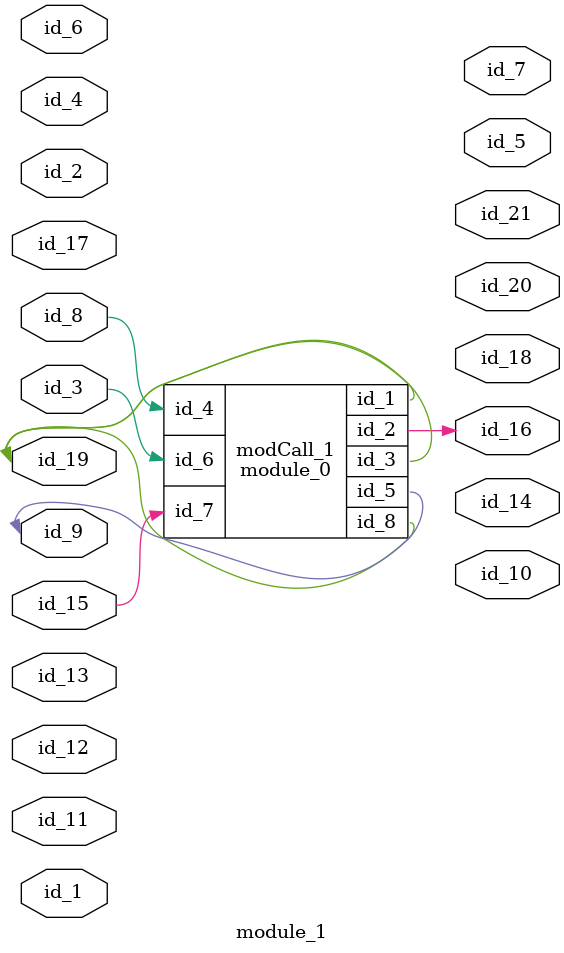
<source format=v>
module module_0 (
    id_1,
    id_2,
    id_3,
    id_4,
    id_5,
    id_6,
    id_7,
    id_8
);
  inout wire id_8;
  input wire id_7;
  input wire id_6;
  inout wire id_5;
  input wire id_4;
  inout wire id_3;
  output wire id_2;
  inout wire id_1;
  assign id_1 = id_3;
endmodule
module module_1 (
    id_1,
    id_2,
    id_3,
    id_4,
    id_5,
    id_6,
    id_7,
    id_8,
    id_9,
    id_10,
    id_11,
    id_12,
    id_13,
    id_14,
    id_15,
    id_16,
    id_17,
    id_18,
    id_19,
    id_20,
    id_21
);
  output wire id_21;
  output wire id_20;
  inout wire id_19;
  output wire id_18;
  inout wire id_17;
  output wire id_16;
  input wire id_15;
  output wire id_14;
  inout wire id_13;
  input wire id_12;
  input wire id_11;
  output wire id_10;
  inout wire id_9;
  input wire id_8;
  output wire id_7;
  module_0 modCall_1 (
      id_19,
      id_16,
      id_19,
      id_8,
      id_9,
      id_3,
      id_15,
      id_19
  );
  inout wire id_6;
  output wire id_5;
  inout wire id_4;
  input wire id_3;
  input wire id_2;
  input wire id_1;
endmodule

</source>
